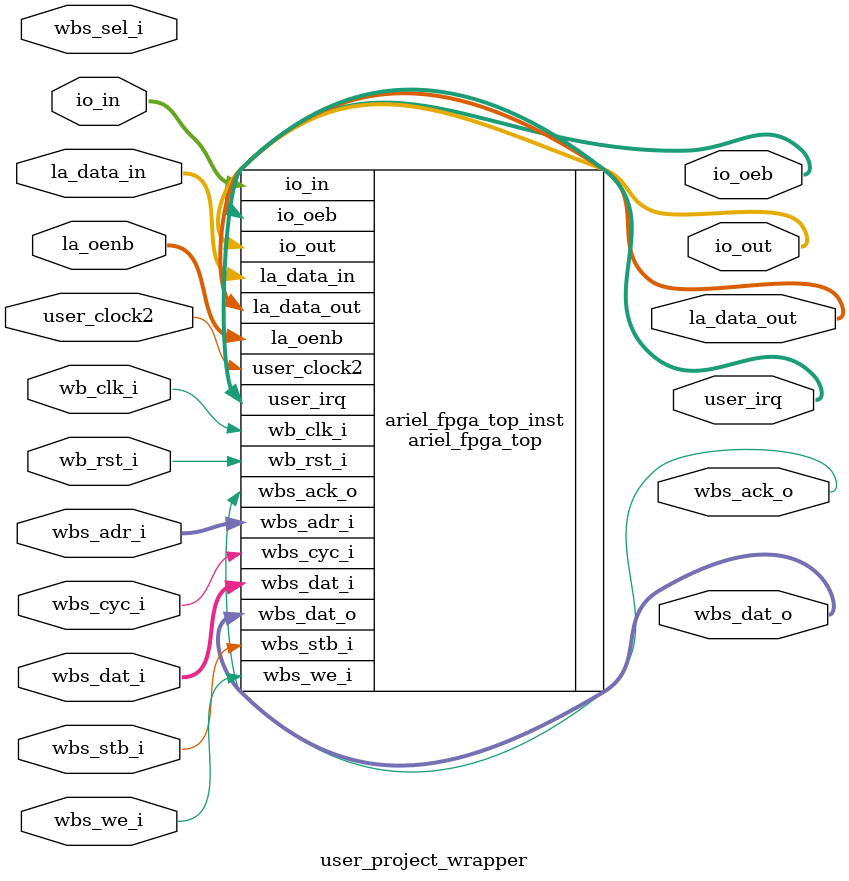
<source format=v>

`default_nettype none
`define MPRJ_IO_PADS    38
/*
 *-------------------------------------------------------------
 *
 * user_project_wrapper
 *
 * This wrapper enumerates all of the pins available to the
 * user for the user project.
 *
 *-------------------------------------------------------------
 */

module user_project_wrapper #(
    parameter BITS = 32
)(
`ifdef USE_POWER_PINS
    inout vdd,		// User area 5.0V supply
    inout vss,		// User area ground
`endif

    // Wishbone Slave ports (WB MI A)
    input wb_clk_i,
    input wb_rst_i,
    input wbs_stb_i,
    input wbs_cyc_i,
    input wbs_we_i,
    input [3:0] wbs_sel_i,
    input [31:0] wbs_dat_i,
    input [31:0] wbs_adr_i,
    output wbs_ack_o,
    output [31:0] wbs_dat_o,

    // Logic Analyzer Signals
    input  [63:0] la_data_in,
    output [63:0] la_data_out,
    input  [63:0] la_oenb,

    // IOs
    input  [`MPRJ_IO_PADS-1:0] io_in,
    output [`MPRJ_IO_PADS-1:0] io_out,
    output [`MPRJ_IO_PADS-1:0] io_oeb,

    // Independent clock (on independent integer divider)
    input   user_clock2,

    // User maskable interrupt signals
    output [2:0] user_irq
);

/*--------------------------------------*/
/* User project is instantiated  here   */
/*--------------------------------------*/

ariel_fpga_top ariel_fpga_top_inst (
        .wb_clk_i(wb_clk_i),
        .wb_rst_i(wb_rst_i),
        .wbs_stb_i(wbs_stb_i),
        .wbs_cyc_i(wbs_cyc_i),
        .wbs_we_i(wbs_we_i),
        .wbs_dat_i(wbs_dat_i),
        .wbs_adr_i(wbs_adr_i),
        .wbs_ack_o(wbs_ack_o),
        .wbs_dat_o(wbs_dat_o),
        .la_data_in(la_data_in),
        .la_data_out(la_data_out),
        .la_oenb(la_oenb),   
        .io_in(io_in),
        .io_out(io_out),
        .io_oeb(io_oeb),
        .user_clock2(user_clock2),
        .user_irq(user_irq)
    );

endmodule	// user_project_wrapper

</source>
